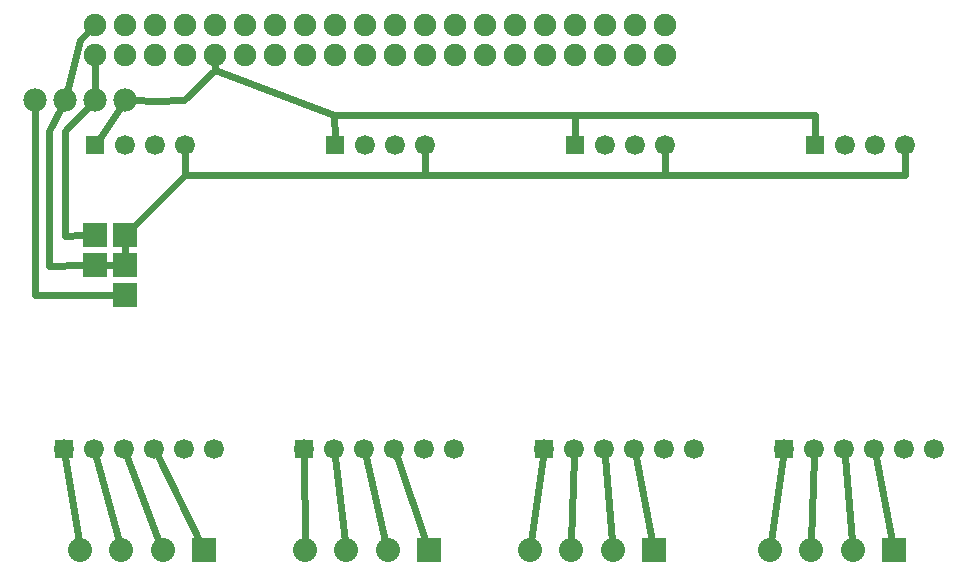
<source format=gbl>
G04 MADE WITH FRITZING*
G04 WWW.FRITZING.ORG*
G04 DOUBLE SIDED*
G04 HOLES PLATED*
G04 CONTOUR ON CENTER OF CONTOUR VECTOR*
%ASAXBY*%
%FSLAX23Y23*%
%MOIN*%
%OFA0B0*%
%SFA1.0B1.0*%
%ADD10C,0.066555*%
%ADD11C,0.049194*%
%ADD12C,0.080000*%
%ADD13C,0.078000*%
%ADD14C,0.075361*%
%ADD15R,0.080000X0.080000*%
%ADD16R,0.078740X0.078740*%
%ADD17C,0.024000*%
%ADD18R,0.001000X0.001000*%
%LNCOPPER0*%
G90*
G70*
G54D10*
X341Y726D03*
X441Y726D03*
X541Y726D03*
X641Y726D03*
X741Y726D03*
X241Y726D03*
X443Y1738D03*
X543Y1738D03*
G54D11*
X343Y1738D03*
G54D10*
X643Y1738D03*
X1141Y726D03*
X1241Y726D03*
X1341Y726D03*
X1441Y726D03*
X1541Y726D03*
X1041Y726D03*
X1243Y1738D03*
X1343Y1738D03*
G54D11*
X1143Y1738D03*
G54D10*
X1443Y1738D03*
X1941Y726D03*
X2041Y726D03*
X2141Y726D03*
X2241Y726D03*
X2341Y726D03*
X1841Y726D03*
X2043Y1738D03*
X2143Y1738D03*
G54D11*
X1943Y1738D03*
G54D10*
X2243Y1738D03*
X2741Y726D03*
X2841Y726D03*
X2941Y726D03*
X3041Y726D03*
X3141Y726D03*
X2641Y726D03*
X2843Y1738D03*
X2943Y1738D03*
G54D11*
X2743Y1738D03*
G54D10*
X3043Y1738D03*
G54D12*
X707Y388D03*
X569Y388D03*
X431Y388D03*
X293Y388D03*
X3007Y388D03*
X2869Y388D03*
X2731Y388D03*
X2593Y388D03*
X1457Y388D03*
X1319Y388D03*
X1181Y388D03*
X1043Y388D03*
X2207Y388D03*
X2069Y388D03*
X1931Y388D03*
X1793Y388D03*
G54D13*
X443Y1888D03*
X343Y1888D03*
X243Y1888D03*
X143Y1888D03*
G54D14*
X343Y2038D03*
X443Y2038D03*
X543Y2038D03*
X643Y2038D03*
X743Y2038D03*
X843Y2038D03*
X943Y2038D03*
X1043Y2038D03*
X1143Y2038D03*
X1243Y2038D03*
X1343Y2038D03*
X1443Y2038D03*
X1543Y2038D03*
X1643Y2038D03*
X1743Y2038D03*
X1843Y2038D03*
X1943Y2038D03*
X2043Y2038D03*
X2143Y2038D03*
X2243Y2038D03*
X2243Y2138D03*
X2143Y2138D03*
X2043Y2138D03*
X1943Y2138D03*
X1843Y2138D03*
X1743Y2138D03*
X1643Y2138D03*
X1543Y2138D03*
X1443Y2138D03*
X1343Y2138D03*
X1243Y2138D03*
X1143Y2138D03*
X1043Y2138D03*
X943Y2138D03*
X843Y2138D03*
X743Y2138D03*
X643Y2138D03*
X543Y2138D03*
X443Y2138D03*
X343Y2138D03*
G54D15*
X707Y388D03*
X3007Y388D03*
X1457Y388D03*
X2207Y388D03*
G54D16*
X443Y1238D03*
X343Y1338D03*
X443Y1338D03*
X343Y1438D03*
X443Y1438D03*
G54D17*
X427Y1863D02*
X359Y1762D01*
D02*
X192Y1787D02*
X192Y1337D01*
D02*
X230Y1861D02*
X192Y1787D01*
D02*
X192Y1337D02*
X301Y1338D01*
D02*
X144Y1787D02*
X144Y1238D01*
D02*
X144Y1858D02*
X144Y1787D01*
D02*
X144Y1238D02*
X401Y1238D01*
D02*
X243Y1437D02*
X301Y1438D01*
D02*
X243Y1787D02*
X243Y1437D01*
D02*
X322Y1867D02*
X243Y1787D01*
D02*
X643Y1638D02*
X643Y1711D01*
D02*
X1444Y1638D02*
X643Y1638D01*
D02*
X1444Y1711D02*
X1444Y1638D01*
D02*
X1444Y1711D02*
X1444Y1638D01*
D02*
X1444Y1638D02*
X2243Y1638D01*
D02*
X2243Y1638D02*
X2243Y1711D01*
D02*
X544Y1887D02*
X474Y1888D01*
D02*
X743Y2007D02*
X743Y1988D01*
D02*
X1142Y1839D02*
X1143Y1767D01*
D02*
X1943Y1838D02*
X1142Y1839D01*
D02*
X1943Y1767D02*
X1943Y1838D01*
D02*
X1943Y1838D02*
X1943Y1767D01*
D02*
X2743Y1839D02*
X1943Y1838D01*
D02*
X2743Y1767D02*
X2743Y1839D01*
D02*
X251Y1917D02*
X294Y2089D01*
D02*
X294Y2089D02*
X321Y2116D01*
D02*
X343Y2007D02*
X343Y1918D01*
D02*
X643Y1638D02*
X473Y1468D01*
D02*
X643Y1711D02*
X643Y1638D01*
D02*
X443Y1395D02*
X443Y1381D01*
D02*
X2243Y1638D02*
X3045Y1638D01*
D02*
X3045Y1638D02*
X3044Y1711D01*
D02*
X2243Y1711D02*
X2243Y1638D01*
D02*
X245Y699D02*
X289Y419D01*
D02*
X348Y699D02*
X423Y418D01*
D02*
X450Y700D02*
X558Y417D01*
D02*
X553Y701D02*
X693Y416D01*
D02*
X1041Y698D02*
X1043Y419D01*
D02*
X1144Y699D02*
X1177Y419D01*
D02*
X1247Y699D02*
X1312Y418D01*
D02*
X1349Y700D02*
X1447Y417D01*
D02*
X1837Y699D02*
X1798Y419D01*
D02*
X1940Y698D02*
X1932Y419D01*
D02*
X2043Y699D02*
X2066Y419D01*
D02*
X2146Y699D02*
X2201Y419D01*
D02*
X2637Y699D02*
X2598Y419D01*
D02*
X2740Y698D02*
X2732Y419D01*
D02*
X2843Y699D02*
X2866Y419D01*
D02*
X2946Y699D02*
X3001Y419D01*
D02*
X401Y1338D02*
X386Y1338D01*
D02*
X743Y1988D02*
X743Y2007D01*
D02*
X1142Y1839D02*
X743Y1988D01*
D02*
X642Y1888D02*
X544Y1887D01*
D02*
X1143Y1767D02*
X1142Y1839D01*
D02*
X743Y1988D02*
X642Y1888D01*
G54D18*
X314Y1768D02*
X372Y1768D01*
X1114Y1768D02*
X1172Y1768D01*
X1913Y1768D02*
X1972Y1768D01*
X2713Y1768D02*
X2772Y1768D01*
X314Y1767D02*
X372Y1767D01*
X1114Y1767D02*
X1172Y1767D01*
X1913Y1767D02*
X1972Y1767D01*
X2713Y1767D02*
X2772Y1767D01*
X314Y1766D02*
X372Y1766D01*
X1114Y1766D02*
X1172Y1766D01*
X1913Y1766D02*
X1972Y1766D01*
X2713Y1766D02*
X2772Y1766D01*
X314Y1765D02*
X372Y1765D01*
X1114Y1765D02*
X1172Y1765D01*
X1913Y1765D02*
X1972Y1765D01*
X2713Y1765D02*
X2772Y1765D01*
X314Y1764D02*
X372Y1764D01*
X1114Y1764D02*
X1172Y1764D01*
X1913Y1764D02*
X1972Y1764D01*
X2713Y1764D02*
X2772Y1764D01*
X314Y1763D02*
X372Y1763D01*
X1114Y1763D02*
X1172Y1763D01*
X1913Y1763D02*
X1972Y1763D01*
X2713Y1763D02*
X2772Y1763D01*
X314Y1762D02*
X372Y1762D01*
X1114Y1762D02*
X1172Y1762D01*
X1913Y1762D02*
X1972Y1762D01*
X2713Y1762D02*
X2772Y1762D01*
X314Y1761D02*
X372Y1761D01*
X1114Y1761D02*
X1172Y1761D01*
X1913Y1761D02*
X1972Y1761D01*
X2713Y1761D02*
X2772Y1761D01*
X314Y1760D02*
X372Y1760D01*
X1114Y1760D02*
X1172Y1760D01*
X1913Y1760D02*
X1972Y1760D01*
X2713Y1760D02*
X2772Y1760D01*
X314Y1759D02*
X372Y1759D01*
X1114Y1759D02*
X1172Y1759D01*
X1913Y1759D02*
X1972Y1759D01*
X2713Y1759D02*
X2772Y1759D01*
X314Y1758D02*
X372Y1758D01*
X1114Y1758D02*
X1172Y1758D01*
X1913Y1758D02*
X1972Y1758D01*
X2713Y1758D02*
X2772Y1758D01*
X314Y1757D02*
X340Y1757D01*
X346Y1757D02*
X372Y1757D01*
X1114Y1757D02*
X1140Y1757D01*
X1146Y1757D02*
X1172Y1757D01*
X1913Y1757D02*
X1940Y1757D01*
X1946Y1757D02*
X1972Y1757D01*
X2713Y1757D02*
X2740Y1757D01*
X2746Y1757D02*
X2772Y1757D01*
X314Y1756D02*
X336Y1756D01*
X350Y1756D02*
X372Y1756D01*
X1114Y1756D02*
X1136Y1756D01*
X1150Y1756D02*
X1172Y1756D01*
X1913Y1756D02*
X1936Y1756D01*
X1950Y1756D02*
X1972Y1756D01*
X2713Y1756D02*
X2736Y1756D01*
X2750Y1756D02*
X2772Y1756D01*
X314Y1755D02*
X334Y1755D01*
X352Y1755D02*
X372Y1755D01*
X1114Y1755D02*
X1134Y1755D01*
X1152Y1755D02*
X1172Y1755D01*
X1913Y1755D02*
X1934Y1755D01*
X1952Y1755D02*
X1972Y1755D01*
X2713Y1755D02*
X2734Y1755D01*
X2752Y1755D02*
X2772Y1755D01*
X314Y1754D02*
X332Y1754D01*
X354Y1754D02*
X372Y1754D01*
X1114Y1754D02*
X1132Y1754D01*
X1154Y1754D02*
X1172Y1754D01*
X1913Y1754D02*
X1932Y1754D01*
X1954Y1754D02*
X1972Y1754D01*
X2713Y1754D02*
X2732Y1754D01*
X2754Y1754D02*
X2772Y1754D01*
X314Y1753D02*
X331Y1753D01*
X355Y1753D02*
X372Y1753D01*
X1114Y1753D02*
X1131Y1753D01*
X1155Y1753D02*
X1172Y1753D01*
X1913Y1753D02*
X1931Y1753D01*
X1955Y1753D02*
X1972Y1753D01*
X2713Y1753D02*
X2731Y1753D01*
X2755Y1753D02*
X2772Y1753D01*
X314Y1752D02*
X330Y1752D01*
X356Y1752D02*
X372Y1752D01*
X1114Y1752D02*
X1129Y1752D01*
X1156Y1752D02*
X1172Y1752D01*
X1913Y1752D02*
X1929Y1752D01*
X1956Y1752D02*
X1972Y1752D01*
X2713Y1752D02*
X2729Y1752D01*
X2756Y1752D02*
X2772Y1752D01*
X314Y1751D02*
X329Y1751D01*
X357Y1751D02*
X372Y1751D01*
X1114Y1751D02*
X1129Y1751D01*
X1157Y1751D02*
X1172Y1751D01*
X1913Y1751D02*
X1929Y1751D01*
X1957Y1751D02*
X1972Y1751D01*
X2713Y1751D02*
X2728Y1751D01*
X2757Y1751D02*
X2772Y1751D01*
X314Y1750D02*
X328Y1750D01*
X358Y1750D02*
X372Y1750D01*
X1114Y1750D02*
X1128Y1750D01*
X1158Y1750D02*
X1172Y1750D01*
X1913Y1750D02*
X1928Y1750D01*
X1958Y1750D02*
X1972Y1750D01*
X2713Y1750D02*
X2728Y1750D01*
X2758Y1750D02*
X2772Y1750D01*
X314Y1749D02*
X327Y1749D01*
X359Y1749D02*
X372Y1749D01*
X1114Y1749D02*
X1127Y1749D01*
X1159Y1749D02*
X1172Y1749D01*
X1913Y1749D02*
X1927Y1749D01*
X1959Y1749D02*
X1972Y1749D01*
X2713Y1749D02*
X2727Y1749D01*
X2759Y1749D02*
X2772Y1749D01*
X314Y1748D02*
X326Y1748D01*
X359Y1748D02*
X372Y1748D01*
X1114Y1748D02*
X1126Y1748D01*
X1159Y1748D02*
X1172Y1748D01*
X1913Y1748D02*
X1926Y1748D01*
X1959Y1748D02*
X1972Y1748D01*
X2713Y1748D02*
X2726Y1748D01*
X2759Y1748D02*
X2772Y1748D01*
X314Y1747D02*
X326Y1747D01*
X360Y1747D02*
X372Y1747D01*
X1114Y1747D02*
X1126Y1747D01*
X1160Y1747D02*
X1172Y1747D01*
X1913Y1747D02*
X1926Y1747D01*
X1960Y1747D02*
X1972Y1747D01*
X2713Y1747D02*
X2726Y1747D01*
X2760Y1747D02*
X2772Y1747D01*
X314Y1746D02*
X325Y1746D01*
X360Y1746D02*
X372Y1746D01*
X1114Y1746D02*
X1125Y1746D01*
X1160Y1746D02*
X1172Y1746D01*
X1913Y1746D02*
X1925Y1746D01*
X1960Y1746D02*
X1972Y1746D01*
X2713Y1746D02*
X2725Y1746D01*
X2760Y1746D02*
X2772Y1746D01*
X314Y1745D02*
X325Y1745D01*
X361Y1745D02*
X372Y1745D01*
X1114Y1745D02*
X1125Y1745D01*
X1161Y1745D02*
X1172Y1745D01*
X1913Y1745D02*
X1925Y1745D01*
X1961Y1745D02*
X1972Y1745D01*
X2713Y1745D02*
X2725Y1745D01*
X2761Y1745D02*
X2772Y1745D01*
X314Y1744D02*
X325Y1744D01*
X361Y1744D02*
X372Y1744D01*
X1114Y1744D02*
X1125Y1744D01*
X1161Y1744D02*
X1172Y1744D01*
X1913Y1744D02*
X1925Y1744D01*
X1961Y1744D02*
X1972Y1744D01*
X2713Y1744D02*
X2725Y1744D01*
X2761Y1744D02*
X2772Y1744D01*
X314Y1743D02*
X324Y1743D01*
X361Y1743D02*
X372Y1743D01*
X1114Y1743D02*
X1124Y1743D01*
X1161Y1743D02*
X1172Y1743D01*
X1913Y1743D02*
X1924Y1743D01*
X1961Y1743D02*
X1972Y1743D01*
X2713Y1743D02*
X2724Y1743D01*
X2761Y1743D02*
X2772Y1743D01*
X314Y1742D02*
X324Y1742D01*
X362Y1742D02*
X372Y1742D01*
X1114Y1742D02*
X1124Y1742D01*
X1162Y1742D02*
X1172Y1742D01*
X1913Y1742D02*
X1924Y1742D01*
X1961Y1742D02*
X1972Y1742D01*
X2713Y1742D02*
X2724Y1742D01*
X2761Y1742D02*
X2772Y1742D01*
X314Y1741D02*
X324Y1741D01*
X362Y1741D02*
X372Y1741D01*
X1114Y1741D02*
X1124Y1741D01*
X1162Y1741D02*
X1172Y1741D01*
X1913Y1741D02*
X1924Y1741D01*
X1962Y1741D02*
X1972Y1741D01*
X2713Y1741D02*
X2724Y1741D01*
X2762Y1741D02*
X2772Y1741D01*
X314Y1740D02*
X324Y1740D01*
X362Y1740D02*
X372Y1740D01*
X1114Y1740D02*
X1124Y1740D01*
X1162Y1740D02*
X1172Y1740D01*
X1913Y1740D02*
X1924Y1740D01*
X1962Y1740D02*
X1972Y1740D01*
X2713Y1740D02*
X2724Y1740D01*
X2762Y1740D02*
X2772Y1740D01*
X314Y1739D02*
X324Y1739D01*
X362Y1739D02*
X372Y1739D01*
X1114Y1739D02*
X1124Y1739D01*
X1162Y1739D02*
X1172Y1739D01*
X1913Y1739D02*
X1924Y1739D01*
X1962Y1739D02*
X1972Y1739D01*
X2713Y1739D02*
X2724Y1739D01*
X2762Y1739D02*
X2772Y1739D01*
X314Y1738D02*
X324Y1738D01*
X362Y1738D02*
X372Y1738D01*
X1114Y1738D02*
X1124Y1738D01*
X1162Y1738D02*
X1172Y1738D01*
X1913Y1738D02*
X1924Y1738D01*
X1962Y1738D02*
X1972Y1738D01*
X2713Y1738D02*
X2724Y1738D01*
X2762Y1738D02*
X2772Y1738D01*
X314Y1737D02*
X324Y1737D01*
X362Y1737D02*
X372Y1737D01*
X1114Y1737D02*
X1124Y1737D01*
X1162Y1737D02*
X1172Y1737D01*
X1913Y1737D02*
X1924Y1737D01*
X1962Y1737D02*
X1972Y1737D01*
X2713Y1737D02*
X2724Y1737D01*
X2762Y1737D02*
X2772Y1737D01*
X314Y1736D02*
X324Y1736D01*
X362Y1736D02*
X372Y1736D01*
X1114Y1736D02*
X1124Y1736D01*
X1162Y1736D02*
X1172Y1736D01*
X1913Y1736D02*
X1924Y1736D01*
X1962Y1736D02*
X1972Y1736D01*
X2713Y1736D02*
X2724Y1736D01*
X2761Y1736D02*
X2772Y1736D01*
X314Y1735D02*
X324Y1735D01*
X362Y1735D02*
X372Y1735D01*
X1114Y1735D02*
X1124Y1735D01*
X1161Y1735D02*
X1172Y1735D01*
X1913Y1735D02*
X1924Y1735D01*
X1961Y1735D02*
X1972Y1735D01*
X2713Y1735D02*
X2724Y1735D01*
X2761Y1735D02*
X2772Y1735D01*
X314Y1734D02*
X325Y1734D01*
X361Y1734D02*
X372Y1734D01*
X1114Y1734D02*
X1125Y1734D01*
X1161Y1734D02*
X1172Y1734D01*
X1913Y1734D02*
X1924Y1734D01*
X1961Y1734D02*
X1972Y1734D01*
X2713Y1734D02*
X2724Y1734D01*
X2761Y1734D02*
X2772Y1734D01*
X314Y1733D02*
X325Y1733D01*
X361Y1733D02*
X372Y1733D01*
X1114Y1733D02*
X1125Y1733D01*
X1161Y1733D02*
X1172Y1733D01*
X1913Y1733D02*
X1925Y1733D01*
X1961Y1733D02*
X1972Y1733D01*
X2713Y1733D02*
X2725Y1733D01*
X2761Y1733D02*
X2772Y1733D01*
X314Y1732D02*
X325Y1732D01*
X361Y1732D02*
X372Y1732D01*
X1114Y1732D02*
X1125Y1732D01*
X1161Y1732D02*
X1172Y1732D01*
X1913Y1732D02*
X1925Y1732D01*
X1961Y1732D02*
X1972Y1732D01*
X2713Y1732D02*
X2725Y1732D01*
X2760Y1732D02*
X2772Y1732D01*
X314Y1731D02*
X326Y1731D01*
X360Y1731D02*
X372Y1731D01*
X1114Y1731D02*
X1126Y1731D01*
X1160Y1731D02*
X1172Y1731D01*
X1913Y1731D02*
X1926Y1731D01*
X1960Y1731D02*
X1972Y1731D01*
X2713Y1731D02*
X2725Y1731D01*
X2760Y1731D02*
X2772Y1731D01*
X314Y1730D02*
X326Y1730D01*
X360Y1730D02*
X372Y1730D01*
X1114Y1730D02*
X1126Y1730D01*
X1160Y1730D02*
X1172Y1730D01*
X1913Y1730D02*
X1926Y1730D01*
X1960Y1730D02*
X1972Y1730D01*
X2713Y1730D02*
X2726Y1730D01*
X2759Y1730D02*
X2772Y1730D01*
X314Y1729D02*
X327Y1729D01*
X359Y1729D02*
X372Y1729D01*
X1114Y1729D02*
X1127Y1729D01*
X1159Y1729D02*
X1172Y1729D01*
X1913Y1729D02*
X1927Y1729D01*
X1959Y1729D02*
X1972Y1729D01*
X2713Y1729D02*
X2727Y1729D01*
X2759Y1729D02*
X2772Y1729D01*
X314Y1728D02*
X327Y1728D01*
X358Y1728D02*
X372Y1728D01*
X1114Y1728D02*
X1127Y1728D01*
X1158Y1728D02*
X1172Y1728D01*
X1913Y1728D02*
X1927Y1728D01*
X1958Y1728D02*
X1972Y1728D01*
X2713Y1728D02*
X2727Y1728D01*
X2758Y1728D02*
X2772Y1728D01*
X314Y1727D02*
X328Y1727D01*
X358Y1727D02*
X372Y1727D01*
X1114Y1727D02*
X1128Y1727D01*
X1158Y1727D02*
X1172Y1727D01*
X1913Y1727D02*
X1928Y1727D01*
X1957Y1727D02*
X1972Y1727D01*
X2713Y1727D02*
X2728Y1727D01*
X2757Y1727D02*
X2772Y1727D01*
X314Y1726D02*
X329Y1726D01*
X357Y1726D02*
X372Y1726D01*
X1114Y1726D02*
X1129Y1726D01*
X1157Y1726D02*
X1172Y1726D01*
X1913Y1726D02*
X1929Y1726D01*
X1957Y1726D02*
X1972Y1726D01*
X2713Y1726D02*
X2729Y1726D01*
X2757Y1726D02*
X2772Y1726D01*
X314Y1725D02*
X330Y1725D01*
X356Y1725D02*
X372Y1725D01*
X1114Y1725D02*
X1130Y1725D01*
X1156Y1725D02*
X1172Y1725D01*
X1913Y1725D02*
X1930Y1725D01*
X1956Y1725D02*
X1972Y1725D01*
X2713Y1725D02*
X2730Y1725D01*
X2756Y1725D02*
X2772Y1725D01*
X314Y1724D02*
X331Y1724D01*
X354Y1724D02*
X372Y1724D01*
X1114Y1724D02*
X1131Y1724D01*
X1154Y1724D02*
X1172Y1724D01*
X1913Y1724D02*
X1931Y1724D01*
X1954Y1724D02*
X1972Y1724D01*
X2713Y1724D02*
X2731Y1724D01*
X2754Y1724D02*
X2772Y1724D01*
X314Y1723D02*
X333Y1723D01*
X353Y1723D02*
X372Y1723D01*
X1114Y1723D02*
X1133Y1723D01*
X1153Y1723D02*
X1172Y1723D01*
X1913Y1723D02*
X1933Y1723D01*
X1953Y1723D02*
X1972Y1723D01*
X2713Y1723D02*
X2733Y1723D01*
X2753Y1723D02*
X2772Y1723D01*
X314Y1722D02*
X335Y1722D01*
X351Y1722D02*
X372Y1722D01*
X1114Y1722D02*
X1135Y1722D01*
X1151Y1722D02*
X1172Y1722D01*
X1913Y1722D02*
X1935Y1722D01*
X1951Y1722D02*
X1972Y1722D01*
X2713Y1722D02*
X2734Y1722D01*
X2751Y1722D02*
X2772Y1722D01*
X314Y1721D02*
X337Y1721D01*
X348Y1721D02*
X372Y1721D01*
X1114Y1721D02*
X1137Y1721D01*
X1148Y1721D02*
X1172Y1721D01*
X1913Y1721D02*
X1937Y1721D01*
X1948Y1721D02*
X1972Y1721D01*
X2713Y1721D02*
X2737Y1721D01*
X2748Y1721D02*
X2772Y1721D01*
X314Y1720D02*
X372Y1720D01*
X1114Y1720D02*
X1172Y1720D01*
X1913Y1720D02*
X1972Y1720D01*
X2713Y1720D02*
X2772Y1720D01*
X314Y1719D02*
X372Y1719D01*
X1114Y1719D02*
X1172Y1719D01*
X1913Y1719D02*
X1972Y1719D01*
X2713Y1719D02*
X2772Y1719D01*
X314Y1718D02*
X372Y1718D01*
X1114Y1718D02*
X1172Y1718D01*
X1913Y1718D02*
X1972Y1718D01*
X2713Y1718D02*
X2772Y1718D01*
X314Y1717D02*
X372Y1717D01*
X1114Y1717D02*
X1172Y1717D01*
X1913Y1717D02*
X1972Y1717D01*
X2713Y1717D02*
X2772Y1717D01*
X314Y1716D02*
X372Y1716D01*
X1114Y1716D02*
X1172Y1716D01*
X1913Y1716D02*
X1972Y1716D01*
X2713Y1716D02*
X2772Y1716D01*
X314Y1715D02*
X372Y1715D01*
X1114Y1715D02*
X1172Y1715D01*
X1913Y1715D02*
X1972Y1715D01*
X2713Y1715D02*
X2772Y1715D01*
X314Y1714D02*
X372Y1714D01*
X1114Y1714D02*
X1172Y1714D01*
X1913Y1714D02*
X1972Y1714D01*
X2713Y1714D02*
X2772Y1714D01*
X314Y1713D02*
X372Y1713D01*
X1114Y1713D02*
X1172Y1713D01*
X1913Y1713D02*
X1972Y1713D01*
X2713Y1713D02*
X2772Y1713D01*
X314Y1712D02*
X372Y1712D01*
X1114Y1712D02*
X1172Y1712D01*
X1913Y1712D02*
X1972Y1712D01*
X2713Y1712D02*
X2772Y1712D01*
X314Y1711D02*
X372Y1711D01*
X1114Y1711D02*
X1172Y1711D01*
X1913Y1711D02*
X1972Y1711D01*
X2713Y1711D02*
X2772Y1711D01*
X314Y1710D02*
X372Y1710D01*
X1114Y1710D02*
X1172Y1710D01*
X1913Y1710D02*
X1972Y1710D01*
X2713Y1710D02*
X2772Y1710D01*
X314Y1709D02*
X372Y1709D01*
X1114Y1709D02*
X1172Y1709D01*
X1914Y1709D02*
X1972Y1709D01*
X2714Y1709D02*
X2772Y1709D01*
X211Y756D02*
X269Y756D01*
X1011Y756D02*
X1069Y756D01*
X1811Y756D02*
X1869Y756D01*
X2611Y756D02*
X2669Y756D01*
X211Y755D02*
X269Y755D01*
X1011Y755D02*
X1069Y755D01*
X1811Y755D02*
X1869Y755D01*
X2611Y755D02*
X2669Y755D01*
X211Y754D02*
X269Y754D01*
X1011Y754D02*
X1069Y754D01*
X1811Y754D02*
X1869Y754D01*
X2611Y754D02*
X2669Y754D01*
X211Y753D02*
X269Y753D01*
X1011Y753D02*
X1069Y753D01*
X1811Y753D02*
X1869Y753D01*
X2611Y753D02*
X2669Y753D01*
X211Y752D02*
X269Y752D01*
X1011Y752D02*
X1069Y752D01*
X1811Y752D02*
X1869Y752D01*
X2611Y752D02*
X2669Y752D01*
X211Y751D02*
X269Y751D01*
X1011Y751D02*
X1069Y751D01*
X1811Y751D02*
X1869Y751D01*
X2611Y751D02*
X2669Y751D01*
X211Y750D02*
X269Y750D01*
X1011Y750D02*
X1069Y750D01*
X1811Y750D02*
X1869Y750D01*
X2611Y750D02*
X2669Y750D01*
X211Y749D02*
X269Y749D01*
X1011Y749D02*
X1069Y749D01*
X1811Y749D02*
X1869Y749D01*
X2611Y749D02*
X2669Y749D01*
X211Y748D02*
X269Y748D01*
X1011Y748D02*
X1069Y748D01*
X1811Y748D02*
X1869Y748D01*
X2611Y748D02*
X2669Y748D01*
X211Y747D02*
X269Y747D01*
X1011Y747D02*
X1069Y747D01*
X1811Y747D02*
X1869Y747D01*
X2611Y747D02*
X2669Y747D01*
X211Y746D02*
X269Y746D01*
X1011Y746D02*
X1069Y746D01*
X1811Y746D02*
X1869Y746D01*
X2611Y746D02*
X2669Y746D01*
X211Y745D02*
X238Y745D01*
X242Y745D02*
X269Y745D01*
X1011Y745D02*
X1038Y745D01*
X1042Y745D02*
X1069Y745D01*
X1811Y745D02*
X1838Y745D01*
X1842Y745D02*
X1869Y745D01*
X2611Y745D02*
X2638Y745D01*
X2642Y745D02*
X2669Y745D01*
X211Y744D02*
X233Y744D01*
X247Y744D02*
X269Y744D01*
X1011Y744D02*
X1033Y744D01*
X1047Y744D02*
X1069Y744D01*
X1811Y744D02*
X1833Y744D01*
X1847Y744D02*
X1869Y744D01*
X2611Y744D02*
X2633Y744D01*
X2647Y744D02*
X2669Y744D01*
X211Y743D02*
X231Y743D01*
X249Y743D02*
X269Y743D01*
X1011Y743D02*
X1031Y743D01*
X1049Y743D02*
X1069Y743D01*
X1811Y743D02*
X1831Y743D01*
X1849Y743D02*
X1869Y743D01*
X2611Y743D02*
X2631Y743D01*
X2649Y743D02*
X2669Y743D01*
X211Y742D02*
X229Y742D01*
X251Y742D02*
X269Y742D01*
X1011Y742D02*
X1029Y742D01*
X1051Y742D02*
X1069Y742D01*
X1811Y742D02*
X1829Y742D01*
X1851Y742D02*
X1869Y742D01*
X2611Y742D02*
X2629Y742D01*
X2651Y742D02*
X2669Y742D01*
X211Y741D02*
X228Y741D01*
X252Y741D02*
X269Y741D01*
X1011Y741D02*
X1028Y741D01*
X1052Y741D02*
X1069Y741D01*
X1811Y741D02*
X1828Y741D01*
X1852Y741D02*
X1869Y741D01*
X2611Y741D02*
X2628Y741D01*
X2652Y741D02*
X2669Y741D01*
X211Y740D02*
X227Y740D01*
X253Y740D02*
X269Y740D01*
X1011Y740D02*
X1027Y740D01*
X1053Y740D02*
X1069Y740D01*
X1811Y740D02*
X1827Y740D01*
X1853Y740D02*
X1869Y740D01*
X2611Y740D02*
X2627Y740D01*
X2653Y740D02*
X2669Y740D01*
X211Y739D02*
X226Y739D01*
X254Y739D02*
X269Y739D01*
X1011Y739D02*
X1026Y739D01*
X1054Y739D02*
X1069Y739D01*
X1811Y739D02*
X1826Y739D01*
X1854Y739D02*
X1869Y739D01*
X2611Y739D02*
X2626Y739D01*
X2654Y739D02*
X2669Y739D01*
X211Y738D02*
X225Y738D01*
X255Y738D02*
X269Y738D01*
X1011Y738D02*
X1025Y738D01*
X1055Y738D02*
X1069Y738D01*
X1811Y738D02*
X1825Y738D01*
X1855Y738D02*
X1869Y738D01*
X2611Y738D02*
X2625Y738D01*
X2655Y738D02*
X2669Y738D01*
X211Y737D02*
X224Y737D01*
X256Y737D02*
X269Y737D01*
X1011Y737D02*
X1024Y737D01*
X1056Y737D02*
X1069Y737D01*
X1811Y737D02*
X1824Y737D01*
X1856Y737D02*
X1869Y737D01*
X2611Y737D02*
X2624Y737D01*
X2656Y737D02*
X2669Y737D01*
X211Y736D02*
X224Y736D01*
X257Y736D02*
X269Y736D01*
X1011Y736D02*
X1024Y736D01*
X1056Y736D02*
X1069Y736D01*
X1811Y736D02*
X1824Y736D01*
X1856Y736D02*
X1869Y736D01*
X2611Y736D02*
X2624Y736D01*
X2656Y736D02*
X2669Y736D01*
X211Y735D02*
X223Y735D01*
X257Y735D02*
X269Y735D01*
X1011Y735D02*
X1023Y735D01*
X1057Y735D02*
X1069Y735D01*
X1811Y735D02*
X1823Y735D01*
X1857Y735D02*
X1869Y735D01*
X2611Y735D02*
X2623Y735D01*
X2657Y735D02*
X2669Y735D01*
X211Y734D02*
X223Y734D01*
X258Y734D02*
X269Y734D01*
X1011Y734D02*
X1023Y734D01*
X1058Y734D02*
X1069Y734D01*
X1811Y734D02*
X1823Y734D01*
X1858Y734D02*
X1869Y734D01*
X2611Y734D02*
X2622Y734D01*
X2657Y734D02*
X2669Y734D01*
X211Y733D02*
X222Y733D01*
X258Y733D02*
X269Y733D01*
X1011Y733D02*
X1022Y733D01*
X1058Y733D02*
X1069Y733D01*
X1811Y733D02*
X1822Y733D01*
X1858Y733D02*
X1869Y733D01*
X2611Y733D02*
X2622Y733D01*
X2658Y733D02*
X2669Y733D01*
X211Y732D02*
X222Y732D01*
X258Y732D02*
X269Y732D01*
X1011Y732D02*
X1022Y732D01*
X1058Y732D02*
X1069Y732D01*
X1811Y732D02*
X1822Y732D01*
X1858Y732D02*
X1869Y732D01*
X2611Y732D02*
X2622Y732D01*
X2658Y732D02*
X2669Y732D01*
X211Y731D02*
X222Y731D01*
X259Y731D02*
X269Y731D01*
X1011Y731D02*
X1022Y731D01*
X1059Y731D02*
X1069Y731D01*
X1811Y731D02*
X1822Y731D01*
X1858Y731D02*
X1869Y731D01*
X2611Y731D02*
X2622Y731D01*
X2658Y731D02*
X2669Y731D01*
X211Y730D02*
X221Y730D01*
X259Y730D02*
X269Y730D01*
X1011Y730D02*
X1021Y730D01*
X1059Y730D02*
X1069Y730D01*
X1811Y730D02*
X1821Y730D01*
X1859Y730D02*
X1869Y730D01*
X2611Y730D02*
X2621Y730D01*
X2659Y730D02*
X2669Y730D01*
X211Y729D02*
X221Y729D01*
X259Y729D02*
X269Y729D01*
X1011Y729D02*
X1021Y729D01*
X1059Y729D02*
X1069Y729D01*
X1811Y729D02*
X1821Y729D01*
X1859Y729D02*
X1869Y729D01*
X2611Y729D02*
X2621Y729D01*
X2659Y729D02*
X2669Y729D01*
X211Y728D02*
X221Y728D01*
X259Y728D02*
X269Y728D01*
X1011Y728D02*
X1021Y728D01*
X1059Y728D02*
X1069Y728D01*
X1811Y728D02*
X1821Y728D01*
X1859Y728D02*
X1869Y728D01*
X2611Y728D02*
X2621Y728D01*
X2659Y728D02*
X2669Y728D01*
X211Y727D02*
X221Y727D01*
X259Y727D02*
X269Y727D01*
X1011Y727D02*
X1021Y727D01*
X1059Y727D02*
X1069Y727D01*
X1811Y727D02*
X1821Y727D01*
X1859Y727D02*
X1869Y727D01*
X2611Y727D02*
X2621Y727D01*
X2659Y727D02*
X2669Y727D01*
X211Y726D02*
X221Y726D01*
X259Y726D02*
X269Y726D01*
X1011Y726D02*
X1021Y726D01*
X1059Y726D02*
X1069Y726D01*
X1811Y726D02*
X1821Y726D01*
X1859Y726D02*
X1869Y726D01*
X2611Y726D02*
X2621Y726D01*
X2659Y726D02*
X2669Y726D01*
X211Y725D02*
X221Y725D01*
X259Y725D02*
X269Y725D01*
X1011Y725D02*
X1021Y725D01*
X1059Y725D02*
X1069Y725D01*
X1811Y725D02*
X1821Y725D01*
X1859Y725D02*
X1869Y725D01*
X2611Y725D02*
X2621Y725D01*
X2659Y725D02*
X2669Y725D01*
X211Y724D02*
X221Y724D01*
X259Y724D02*
X269Y724D01*
X1011Y724D02*
X1021Y724D01*
X1059Y724D02*
X1069Y724D01*
X1811Y724D02*
X1821Y724D01*
X1859Y724D02*
X1869Y724D01*
X2611Y724D02*
X2621Y724D01*
X2659Y724D02*
X2669Y724D01*
X211Y723D02*
X222Y723D01*
X259Y723D02*
X269Y723D01*
X1011Y723D02*
X1021Y723D01*
X1059Y723D02*
X1069Y723D01*
X1811Y723D02*
X1821Y723D01*
X1859Y723D02*
X1869Y723D01*
X2611Y723D02*
X2621Y723D01*
X2659Y723D02*
X2669Y723D01*
X211Y722D02*
X222Y722D01*
X258Y722D02*
X269Y722D01*
X1011Y722D02*
X1022Y722D01*
X1058Y722D02*
X1069Y722D01*
X1811Y722D02*
X1822Y722D01*
X1858Y722D02*
X1869Y722D01*
X2611Y722D02*
X2622Y722D01*
X2658Y722D02*
X2669Y722D01*
X211Y721D02*
X222Y721D01*
X258Y721D02*
X269Y721D01*
X1011Y721D02*
X1022Y721D01*
X1058Y721D02*
X1069Y721D01*
X1811Y721D02*
X1822Y721D01*
X1858Y721D02*
X1869Y721D01*
X2611Y721D02*
X2622Y721D01*
X2658Y721D02*
X2669Y721D01*
X211Y720D02*
X222Y720D01*
X258Y720D02*
X269Y720D01*
X1011Y720D02*
X1022Y720D01*
X1058Y720D02*
X1069Y720D01*
X1811Y720D02*
X1822Y720D01*
X1858Y720D02*
X1869Y720D01*
X2611Y720D02*
X2622Y720D01*
X2658Y720D02*
X2669Y720D01*
X211Y719D02*
X223Y719D01*
X257Y719D02*
X269Y719D01*
X1011Y719D02*
X1023Y719D01*
X1057Y719D02*
X1069Y719D01*
X1811Y719D02*
X1823Y719D01*
X1857Y719D02*
X1869Y719D01*
X2611Y719D02*
X2623Y719D01*
X2657Y719D02*
X2669Y719D01*
X211Y718D02*
X223Y718D01*
X257Y718D02*
X269Y718D01*
X1011Y718D02*
X1023Y718D01*
X1057Y718D02*
X1069Y718D01*
X1811Y718D02*
X1823Y718D01*
X1857Y718D02*
X1869Y718D01*
X2611Y718D02*
X2623Y718D01*
X2657Y718D02*
X2669Y718D01*
X211Y717D02*
X224Y717D01*
X256Y717D02*
X269Y717D01*
X1011Y717D02*
X1024Y717D01*
X1056Y717D02*
X1069Y717D01*
X1811Y717D02*
X1824Y717D01*
X1856Y717D02*
X1869Y717D01*
X2611Y717D02*
X2624Y717D01*
X2656Y717D02*
X2669Y717D01*
X211Y716D02*
X225Y716D01*
X256Y716D02*
X269Y716D01*
X1011Y716D02*
X1025Y716D01*
X1056Y716D02*
X1069Y716D01*
X1811Y716D02*
X1824Y716D01*
X1856Y716D02*
X1869Y716D01*
X2611Y716D02*
X2624Y716D01*
X2656Y716D02*
X2669Y716D01*
X211Y715D02*
X225Y715D01*
X255Y715D02*
X269Y715D01*
X1011Y715D02*
X1025Y715D01*
X1055Y715D02*
X1069Y715D01*
X1811Y715D02*
X1825Y715D01*
X1855Y715D02*
X1869Y715D01*
X2611Y715D02*
X2625Y715D01*
X2655Y715D02*
X2669Y715D01*
X211Y714D02*
X226Y714D01*
X254Y714D02*
X269Y714D01*
X1011Y714D02*
X1026Y714D01*
X1054Y714D02*
X1069Y714D01*
X1811Y714D02*
X1826Y714D01*
X1854Y714D02*
X1869Y714D01*
X2611Y714D02*
X2626Y714D01*
X2654Y714D02*
X2669Y714D01*
X211Y713D02*
X227Y713D01*
X253Y713D02*
X269Y713D01*
X1011Y713D02*
X1027Y713D01*
X1053Y713D02*
X1069Y713D01*
X1811Y713D02*
X1827Y713D01*
X1853Y713D02*
X1869Y713D01*
X2611Y713D02*
X2627Y713D01*
X2653Y713D02*
X2669Y713D01*
X211Y712D02*
X228Y712D01*
X252Y712D02*
X269Y712D01*
X1011Y712D02*
X1028Y712D01*
X1052Y712D02*
X1069Y712D01*
X1811Y712D02*
X1828Y712D01*
X1852Y712D02*
X1869Y712D01*
X2611Y712D02*
X2628Y712D01*
X2652Y712D02*
X2669Y712D01*
X211Y711D02*
X230Y711D01*
X250Y711D02*
X269Y711D01*
X1011Y711D02*
X1030Y711D01*
X1050Y711D02*
X1069Y711D01*
X1811Y711D02*
X1830Y711D01*
X1850Y711D02*
X1869Y711D01*
X2611Y711D02*
X2630Y711D01*
X2650Y711D02*
X2669Y711D01*
X211Y710D02*
X232Y710D01*
X248Y710D02*
X269Y710D01*
X1011Y710D02*
X1032Y710D01*
X1048Y710D02*
X1069Y710D01*
X1811Y710D02*
X1832Y710D01*
X1848Y710D02*
X1869Y710D01*
X2611Y710D02*
X2632Y710D01*
X2648Y710D02*
X2669Y710D01*
X211Y709D02*
X234Y709D01*
X246Y709D02*
X269Y709D01*
X1011Y709D02*
X1034Y709D01*
X1046Y709D02*
X1069Y709D01*
X1811Y709D02*
X1834Y709D01*
X1846Y709D02*
X1869Y709D01*
X2611Y709D02*
X2634Y709D01*
X2646Y709D02*
X2669Y709D01*
X211Y708D02*
X269Y708D01*
X1011Y708D02*
X1069Y708D01*
X1811Y708D02*
X1869Y708D01*
X2611Y708D02*
X2669Y708D01*
X211Y707D02*
X269Y707D01*
X1011Y707D02*
X1069Y707D01*
X1811Y707D02*
X1869Y707D01*
X2611Y707D02*
X2669Y707D01*
X211Y706D02*
X269Y706D01*
X1011Y706D02*
X1069Y706D01*
X1811Y706D02*
X1869Y706D01*
X2611Y706D02*
X2669Y706D01*
X211Y705D02*
X269Y705D01*
X1011Y705D02*
X1069Y705D01*
X1811Y705D02*
X1869Y705D01*
X2611Y705D02*
X2669Y705D01*
X211Y704D02*
X269Y704D01*
X1011Y704D02*
X1069Y704D01*
X1811Y704D02*
X1869Y704D01*
X2611Y704D02*
X2669Y704D01*
X211Y703D02*
X269Y703D01*
X1011Y703D02*
X1069Y703D01*
X1811Y703D02*
X1869Y703D01*
X2611Y703D02*
X2669Y703D01*
X211Y702D02*
X269Y702D01*
X1011Y702D02*
X1069Y702D01*
X1811Y702D02*
X1869Y702D01*
X2611Y702D02*
X2669Y702D01*
X211Y701D02*
X269Y701D01*
X1011Y701D02*
X1069Y701D01*
X1811Y701D02*
X1869Y701D01*
X2611Y701D02*
X2669Y701D01*
X211Y700D02*
X269Y700D01*
X1011Y700D02*
X1069Y700D01*
X1811Y700D02*
X1869Y700D01*
X2611Y700D02*
X2669Y700D01*
X211Y699D02*
X269Y699D01*
X1011Y699D02*
X1069Y699D01*
X1811Y699D02*
X1869Y699D01*
X2611Y699D02*
X2669Y699D01*
X211Y698D02*
X269Y698D01*
X1011Y698D02*
X1069Y698D01*
X1811Y698D02*
X1869Y698D01*
X2611Y698D02*
X2669Y698D01*
X211Y697D02*
X269Y697D01*
X1011Y697D02*
X1069Y697D01*
X1811Y697D02*
X1869Y697D01*
X2611Y697D02*
X2669Y697D01*
D02*
G04 End of Copper0*
M02*
</source>
